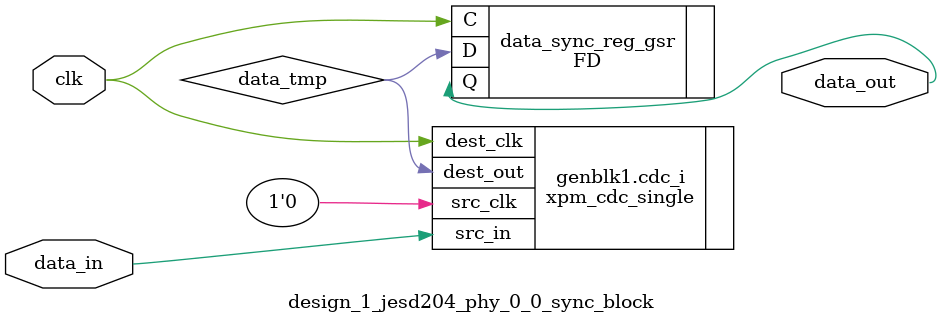
<source format=v>




`timescale 1ps / 1ps
`define USE_XPM_CDC

//(* dont_touch = "yes" *)
module design_1_jesd204_phy_0_0_sync_block #(
  parameter INITIALISE = 1'b0,
  parameter TYPE = 1'b0   //Set to 1 only for reset synchronizer
)
(
  input        clk,              // clock to be sync'ed to
  input        data_in,          // Data to be 'synced'
  output       data_out          // synced data
);

`ifdef USE_XPM_CDC
  wire data_tmp;
  generate
  if (TYPE == 0)
  begin
    // Use the new Xilinx CDC libraries.
    xpm_cdc_single #(
      .DEST_SYNC_FF  (4), // Number of registers in the destination clock domain to account for MTBF
      .SRC_INPUT_REG (0)  // Determines whether there is an input register in src_clk domain.
                        // SRC_INPUT_REG = 0, input register is not present
    ) cdc_i  (
      .src_clk  (1'd0     ),
      .dest_clk (clk      ),
      .src_in   (data_in  ),
      .dest_out (data_tmp )
    );

  end
  else begin
    xpm_cdc_async_rst #(
      //Common module parameters
      .DEST_SYNC_FF    (5), // integer; range: 2-10
      .RST_ACTIVE_HIGH (1)  // integer; 0=active low reset, 1=active high reset
    ) xpm_cdc_async_rst_inst (
      .src_arst  (data_in),
      .dest_clk  (clk),
      .dest_arst (data_tmp)
    );
  end
  endgenerate

  (* ASYNC_REG = "TRUE", SHREG_EXTRACT = "NO" *)
  FD #(
    .INIT (INITIALISE[0])
  ) data_sync_reg_gsr (
    .C  (clk     ),
    .D  (data_tmp),
    .Q  (data_out)
  );

`else
  // Internal Signals
  wire   data_sync0;
  wire   data_sync1;
  wire   data_sync2;
  wire   data_sync3;
  wire   data_sync4;


  (* ASYNC_REG = "TRUE", SHREG_EXTRACT = "NO" *)
  FD #(
    .INIT (INITIALISE[0])
  ) data_sync_reg0 (
    .C  (clk),
    .D  (data_in),
    .Q  (data_sync0)
  );

  (* ASYNC_REG = "TRUE", SHREG_EXTRACT = "NO" *)
  FD #(
   .INIT (INITIALISE[0])
  ) data_sync_reg1 (
  .C  (clk),
  .D  (data_sync0),
  .Q  (data_sync1)
  );

  (* ASYNC_REG = "TRUE", SHREG_EXTRACT = "NO" *)
  FD #(
   .INIT (INITIALISE[0])
  ) data_sync_reg2 (
  .C  (clk),
  .D  (data_sync1),
  .Q  (data_sync2)
  );

  (* ASYNC_REG = "TRUE", SHREG_EXTRACT = "NO" *)
  FD #(
   .INIT (INITIALISE[0])
  ) data_sync_reg3 (
  .C  (clk),
  .D  (data_sync2),
  .Q  (data_sync3)
  );

  (* ASYNC_REG = "TRUE", SHREG_EXTRACT = "NO" *)
  FD #(
   .INIT (INITIALISE[0])
  ) data_sync_reg4 (
  .C  (clk),
  .D  (data_sync3),
  .Q  (data_sync4)
  );

  assign data_out = data_sync4;
`endif

endmodule

</source>
